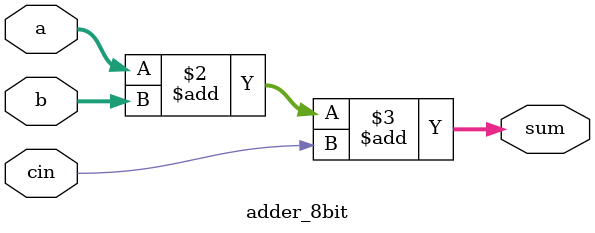
<source format=sv>

module adder_8bit (	  
			  input logic		    cin,
			  input logic signed [7:0]  a,
			  input logic signed [7:0]  b,
			  output logic signed [7:0] sum
    );

   always_comb begin
      sum = a + b + cin;
   end
endmodule

</source>
